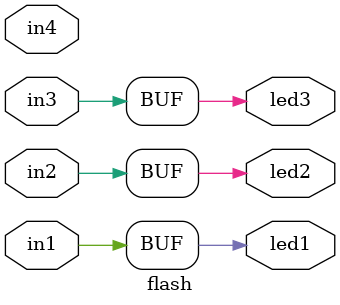
<source format=v>

module flash (input in1, input in2, input in3, input in4, output led1, output led3, output led2);

wire clk;

SB_HFOSC inthosc (
  .CLKHFPU(1'b1),
  .CLKHFEN(1'b1),
  .CLKHF(clk)
);

   assign led1 = in1;
   assign led2 = in2;
   assign led3 = in3;
   
   
   reg [23:0] ctr;

	always@(posedge clk)
	begin
	  ctr <= ctr + 1;
	end
	
	//assign led2 = ctr[23];
   
endmodule // flash

</source>
